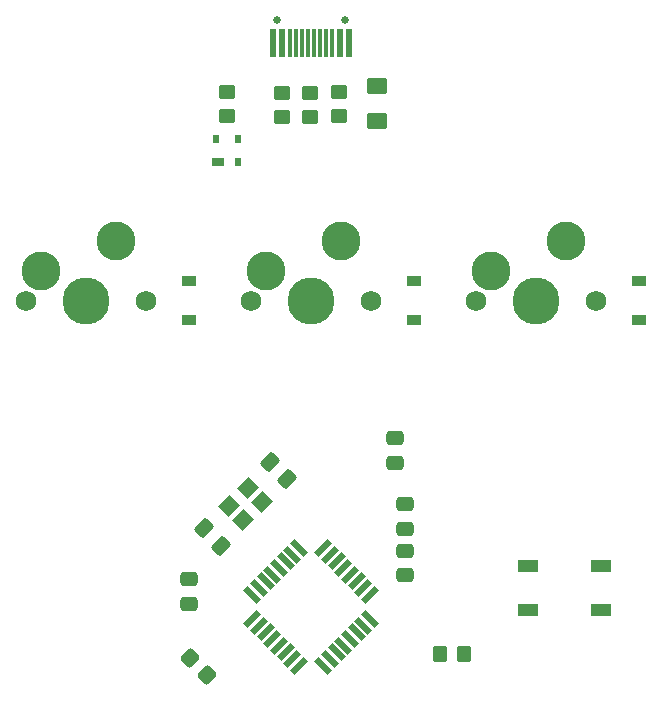
<source format=gbr>
%TF.GenerationSoftware,KiCad,Pcbnew,6.0.9*%
%TF.CreationDate,2022-12-09T21:33:21+01:00*%
%TF.ProjectId,rOxpad,724f7870-6164-42e6-9b69-6361645f7063,rev?*%
%TF.SameCoordinates,Original*%
%TF.FileFunction,Soldermask,Top*%
%TF.FilePolarity,Negative*%
%FSLAX46Y46*%
G04 Gerber Fmt 4.6, Leading zero omitted, Abs format (unit mm)*
G04 Created by KiCad (PCBNEW 6.0.9) date 2022-12-09 21:33:21*
%MOMM*%
%LPD*%
G01*
G04 APERTURE LIST*
G04 Aperture macros list*
%AMRoundRect*
0 Rectangle with rounded corners*
0 $1 Rounding radius*
0 $2 $3 $4 $5 $6 $7 $8 $9 X,Y pos of 4 corners*
0 Add a 4 corners polygon primitive as box body*
4,1,4,$2,$3,$4,$5,$6,$7,$8,$9,$2,$3,0*
0 Add four circle primitives for the rounded corners*
1,1,$1+$1,$2,$3*
1,1,$1+$1,$4,$5*
1,1,$1+$1,$6,$7*
1,1,$1+$1,$8,$9*
0 Add four rect primitives between the rounded corners*
20,1,$1+$1,$2,$3,$4,$5,0*
20,1,$1+$1,$4,$5,$6,$7,0*
20,1,$1+$1,$6,$7,$8,$9,0*
20,1,$1+$1,$8,$9,$2,$3,0*%
%AMRotRect*
0 Rectangle, with rotation*
0 The origin of the aperture is its center*
0 $1 length*
0 $2 width*
0 $3 Rotation angle, in degrees counterclockwise*
0 Add horizontal line*
21,1,$1,$2,0,0,$3*%
G04 Aperture macros list end*
%ADD10R,1.800000X1.100000*%
%ADD11RoundRect,0.250000X-0.450000X0.350000X-0.450000X-0.350000X0.450000X-0.350000X0.450000X0.350000X0*%
%ADD12R,1.200000X0.900000*%
%ADD13RoundRect,0.250000X0.475000X-0.337500X0.475000X0.337500X-0.475000X0.337500X-0.475000X-0.337500X0*%
%ADD14RoundRect,0.250000X-0.574524X-0.097227X-0.097227X-0.574524X0.574524X0.097227X0.097227X0.574524X0*%
%ADD15RoundRect,0.250000X0.350000X0.450000X-0.350000X0.450000X-0.350000X-0.450000X0.350000X-0.450000X0*%
%ADD16RoundRect,0.250000X0.565685X0.070711X0.070711X0.565685X-0.565685X-0.070711X-0.070711X-0.565685X0*%
%ADD17RotRect,1.400000X1.200000X225.000000*%
%ADD18R,1.000000X0.700000*%
%ADD19R,0.600000X0.700000*%
%ADD20RoundRect,0.250000X-0.475000X0.337500X-0.475000X-0.337500X0.475000X-0.337500X0.475000X0.337500X0*%
%ADD21RotRect,1.600000X0.550000X315.000000*%
%ADD22RotRect,1.600000X0.550000X45.000000*%
%ADD23RoundRect,0.250000X0.574524X0.097227X0.097227X0.574524X-0.574524X-0.097227X-0.097227X-0.574524X0*%
%ADD24RoundRect,0.250001X-0.624999X0.462499X-0.624999X-0.462499X0.624999X-0.462499X0.624999X0.462499X0*%
%ADD25C,0.650000*%
%ADD26R,0.600000X2.450000*%
%ADD27R,0.300000X2.450000*%
%ADD28C,3.987800*%
%ADD29C,1.750000*%
%ADD30C,3.300000*%
G04 APERTURE END LIST*
D10*
%TO.C,SW1*%
X131687500Y-115093750D03*
X125487500Y-111393750D03*
X131687500Y-111393750D03*
X125487500Y-115093750D03*
%TD*%
D11*
%TO.C,R6*%
X100012500Y-71231250D03*
X100012500Y-73231250D03*
%TD*%
D12*
%TO.C,D2*%
X115887500Y-90550000D03*
X115887500Y-87250000D03*
%TD*%
D13*
%TO.C,C1*%
X115093750Y-112162500D03*
X115093750Y-110087500D03*
%TD*%
D14*
%TO.C,C3*%
X98060047Y-108172707D03*
X99527293Y-109639953D03*
%TD*%
D15*
%TO.C,R3*%
X120062500Y-118800000D03*
X118062500Y-118800000D03*
%TD*%
D16*
%TO.C,R4*%
X98338357Y-120563357D03*
X96924143Y-119149143D03*
%TD*%
D11*
%TO.C,R2*%
X107080016Y-71307483D03*
X107080016Y-73307483D03*
%TD*%
D17*
%TO.C,Y1*%
X101776777Y-104721142D03*
X100221142Y-106276777D03*
X101423223Y-107478858D03*
X102978858Y-105923223D03*
%TD*%
D12*
%TO.C,D1*%
X96837500Y-90550000D03*
X96837500Y-87250000D03*
%TD*%
D11*
%TO.C,R1*%
X104698766Y-71307483D03*
X104698766Y-73307483D03*
%TD*%
D18*
%TO.C,U2*%
X99262500Y-77200000D03*
D19*
X100962500Y-77200000D03*
X100962500Y-75200000D03*
X99062500Y-75200000D03*
%TD*%
D20*
%TO.C,C7*%
X114300000Y-100562500D03*
X114300000Y-102637500D03*
%TD*%
D21*
%TO.C,U1*%
X106130945Y-109846147D03*
X105565260Y-110411833D03*
X104999574Y-110977518D03*
X104433889Y-111543203D03*
X103868203Y-112108889D03*
X103302518Y-112674574D03*
X102736833Y-113240260D03*
X102171147Y-113805945D03*
D22*
X102171147Y-115856555D03*
X102736833Y-116422240D03*
X103302518Y-116987926D03*
X103868203Y-117553611D03*
X104433889Y-118119297D03*
X104999574Y-118684982D03*
X105565260Y-119250667D03*
X106130945Y-119816353D03*
D21*
X108181555Y-119816353D03*
X108747240Y-119250667D03*
X109312926Y-118684982D03*
X109878611Y-118119297D03*
X110444297Y-117553611D03*
X111009982Y-116987926D03*
X111575667Y-116422240D03*
X112141353Y-115856555D03*
D22*
X112141353Y-113805945D03*
X111575667Y-113240260D03*
X111009982Y-112674574D03*
X110444297Y-112108889D03*
X109878611Y-111543203D03*
X109312926Y-110977518D03*
X108747240Y-110411833D03*
X108181555Y-109846147D03*
%TD*%
D13*
%TO.C,C4*%
X96837500Y-114543750D03*
X96837500Y-112468750D03*
%TD*%
D12*
%TO.C,D3*%
X134937500Y-90550000D03*
X134937500Y-87250000D03*
%TD*%
D23*
%TO.C,C2*%
X105139953Y-104027293D03*
X103672707Y-102560047D03*
%TD*%
D11*
%TO.C,R5*%
X109537500Y-71231250D03*
X109537500Y-73231250D03*
%TD*%
D24*
%TO.C,F1*%
X112712500Y-70743750D03*
X112712500Y-73718750D03*
%TD*%
D20*
%TO.C,C5*%
X115093750Y-106118750D03*
X115093750Y-108193750D03*
%TD*%
D25*
%TO.C,USB1*%
X104266250Y-65165000D03*
X110046250Y-65165000D03*
D26*
X110381250Y-67110000D03*
X109606250Y-67110000D03*
D27*
X108906250Y-67110000D03*
X108406250Y-67110000D03*
X107906250Y-67110000D03*
X107406250Y-67110000D03*
X106906250Y-67110000D03*
X106406250Y-67110000D03*
X105906250Y-67110000D03*
X105406250Y-67110000D03*
D26*
X104706250Y-67110000D03*
X103931250Y-67110000D03*
%TD*%
D28*
%TO.C,MX3*%
X126206250Y-88900000D03*
D29*
X121126250Y-88900000D03*
X131286250Y-88900000D03*
D30*
X122396250Y-86360000D03*
X128746250Y-83820000D03*
%TD*%
D29*
%TO.C,MX2*%
X112236250Y-88900000D03*
X102076250Y-88900000D03*
D28*
X107156250Y-88900000D03*
D30*
X103346250Y-86360000D03*
X109696250Y-83820000D03*
%TD*%
D29*
%TO.C,MX1*%
X93186250Y-88900000D03*
X83026250Y-88900000D03*
D28*
X88106250Y-88900000D03*
D30*
X84296250Y-86360000D03*
X90646250Y-83820000D03*
%TD*%
M02*

</source>
